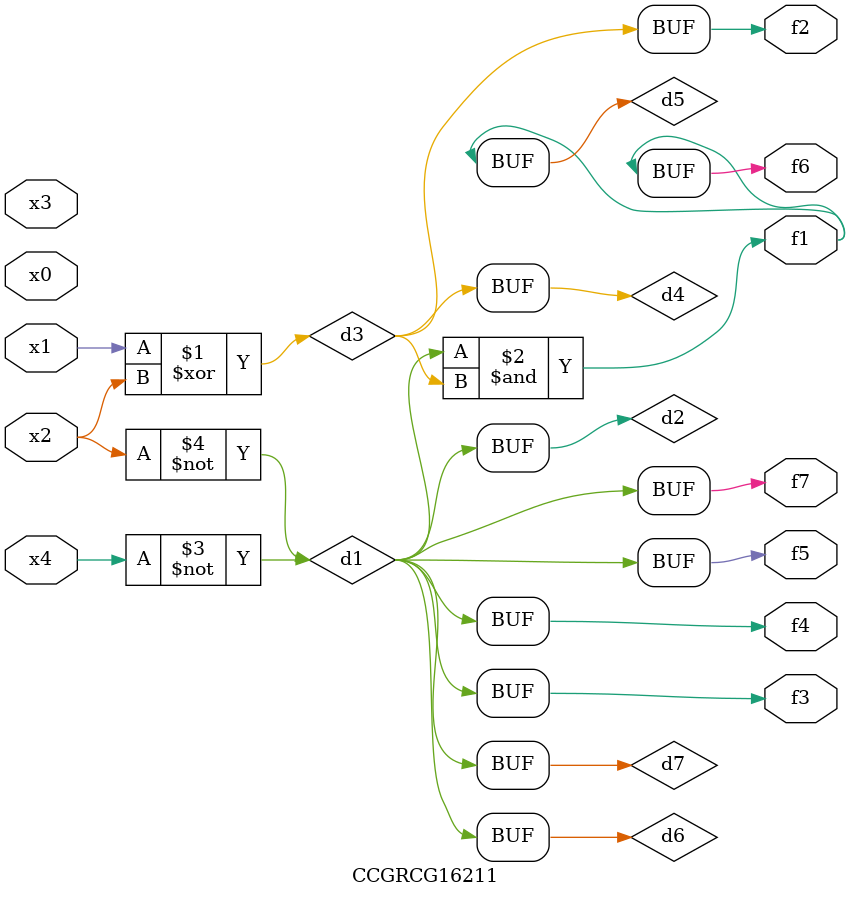
<source format=v>
module CCGRCG16211(
	input x0, x1, x2, x3, x4,
	output f1, f2, f3, f4, f5, f6, f7
);

	wire d1, d2, d3, d4, d5, d6, d7;

	not (d1, x4);
	not (d2, x2);
	xor (d3, x1, x2);
	buf (d4, d3);
	and (d5, d1, d3);
	buf (d6, d1, d2);
	buf (d7, d2);
	assign f1 = d5;
	assign f2 = d4;
	assign f3 = d7;
	assign f4 = d7;
	assign f5 = d7;
	assign f6 = d5;
	assign f7 = d7;
endmodule

</source>
